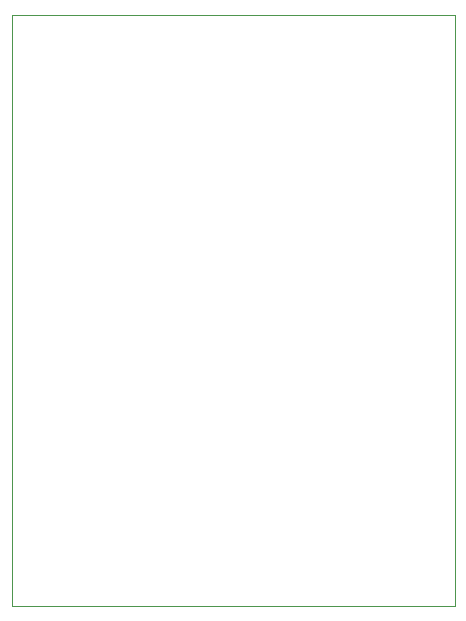
<source format=gbr>
%TF.GenerationSoftware,KiCad,Pcbnew,8.0.2-8.0.2-0~ubuntu22.04.1*%
%TF.CreationDate,2024-05-15T17:29:59+09:00*%
%TF.ProjectId,microcontroller_board,6d696372-6f63-46f6-9e74-726f6c6c6572,rev?*%
%TF.SameCoordinates,Original*%
%TF.FileFunction,Profile,NP*%
%FSLAX46Y46*%
G04 Gerber Fmt 4.6, Leading zero omitted, Abs format (unit mm)*
G04 Created by KiCad (PCBNEW 8.0.2-8.0.2-0~ubuntu22.04.1) date 2024-05-15 17:29:59*
%MOMM*%
%LPD*%
G01*
G04 APERTURE LIST*
%TA.AperFunction,Profile*%
%ADD10C,0.100000*%
%TD*%
G04 APERTURE END LIST*
D10*
X129000000Y-34000000D02*
X129000000Y-84000000D01*
X129000000Y-84000000D02*
X91500000Y-84000000D01*
X91500000Y-84000000D02*
X91500000Y-34000000D01*
X91500000Y-34000000D02*
X129000000Y-34000000D01*
M02*

</source>
